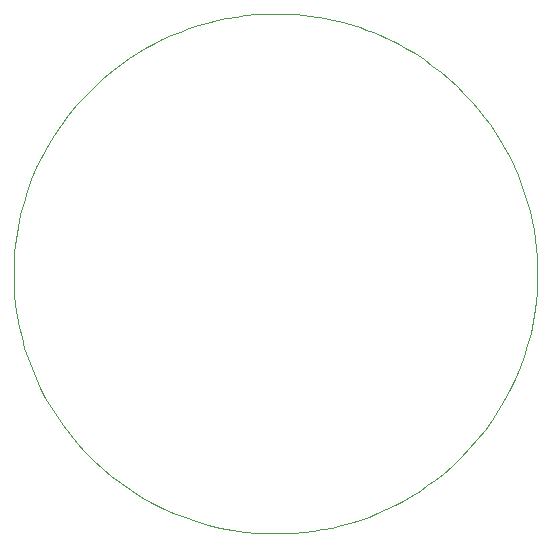
<source format=gbr>
G04 #@! TF.GenerationSoftware,KiCad,Pcbnew,(5.1.6)-1*
G04 #@! TF.CreationDate,2020-11-21T22:09:05+04:00*
G04 #@! TF.ProjectId,christmas-pcb-badge,63687269-7374-46d6-9173-2d7063622d62,rev?*
G04 #@! TF.SameCoordinates,Original*
G04 #@! TF.FileFunction,Profile,NP*
%FSLAX46Y46*%
G04 Gerber Fmt 4.6, Leading zero omitted, Abs format (unit mm)*
G04 Created by KiCad (PCBNEW (5.1.6)-1) date 2020-11-21 22:09:05*
%MOMM*%
%LPD*%
G01*
G04 APERTURE LIST*
G04 #@! TA.AperFunction,Profile*
%ADD10C,0.100000*%
G04 #@! TD*
G04 APERTURE END LIST*
D10*
X141801060Y-118774857D02*
X142618549Y-118671925D01*
X142618549Y-118671925D02*
X143428315Y-118540171D01*
X143428315Y-118540171D02*
X144229770Y-118379842D01*
X144229770Y-118379842D02*
X145022327Y-118191184D01*
X145022327Y-118191184D02*
X145805398Y-117974445D01*
X145805398Y-117974445D02*
X146578396Y-117729872D01*
X146578396Y-117729872D02*
X147340733Y-117457711D01*
X147340733Y-117457711D02*
X148091821Y-117158208D01*
X148091821Y-117158208D02*
X148831074Y-116831612D01*
X148831074Y-116831612D02*
X149557903Y-116478168D01*
X149557903Y-116478168D02*
X150271721Y-116098123D01*
X150271721Y-116098123D02*
X150971941Y-115691725D01*
X150971941Y-115691725D02*
X151657975Y-115259219D01*
X151657975Y-115259219D02*
X152329235Y-114800854D01*
X152329235Y-114800854D02*
X152985134Y-114316875D01*
X152985134Y-114316875D02*
X153625085Y-113807530D01*
X153625085Y-113807530D02*
X154410586Y-113127815D01*
X154410586Y-113127815D02*
X155159543Y-112417164D01*
X155159543Y-112417164D02*
X155871295Y-111676762D01*
X155871295Y-111676762D02*
X156545177Y-110907789D01*
X156545177Y-110907789D02*
X157180527Y-110111428D01*
X157180527Y-110111428D02*
X157776680Y-109288863D01*
X157776680Y-109288863D02*
X158332975Y-108441274D01*
X158332975Y-108441274D02*
X158848747Y-107569845D01*
X158848747Y-107569845D02*
X159323334Y-106675757D01*
X159323334Y-106675757D02*
X159756071Y-105760195D01*
X159756071Y-105760195D02*
X160146296Y-104824338D01*
X160146296Y-104824338D02*
X160493346Y-103869372D01*
X160493346Y-103869372D02*
X160796557Y-102896476D01*
X160796557Y-102896476D02*
X161055267Y-101906835D01*
X161055267Y-101906835D02*
X161268811Y-100901630D01*
X161268811Y-100901630D02*
X161436526Y-99882044D01*
X161436526Y-99882044D02*
X161522511Y-99173019D01*
X161522511Y-99173019D02*
X161584756Y-98440371D01*
X161584756Y-98440371D02*
X161623232Y-97691894D01*
X161623232Y-97691894D02*
X161637910Y-96935376D01*
X161637910Y-96935376D02*
X161628762Y-96178611D01*
X161628762Y-96178611D02*
X161595759Y-95429389D01*
X161595759Y-95429389D02*
X161538874Y-94695501D01*
X161538874Y-94695501D02*
X161458076Y-93984739D01*
X161458076Y-93984739D02*
X161335235Y-93180464D01*
X161335235Y-93180464D02*
X161181837Y-92381412D01*
X161181837Y-92381412D02*
X160998367Y-91588637D01*
X160998367Y-91588637D02*
X160785311Y-90803195D01*
X160785311Y-90803195D02*
X160543153Y-90026141D01*
X160543153Y-90026141D02*
X160272380Y-89258531D01*
X160272380Y-89258531D02*
X159973477Y-88501420D01*
X159973477Y-88501420D02*
X159646930Y-87755862D01*
X159646930Y-87755862D02*
X159293223Y-87022913D01*
X159293223Y-87022913D02*
X158912844Y-86303629D01*
X158912844Y-86303629D02*
X158506276Y-85599064D01*
X158506276Y-85599064D02*
X158074006Y-84910274D01*
X158074006Y-84910274D02*
X157616519Y-84238314D01*
X157616519Y-84238314D02*
X157134301Y-83584240D01*
X157134301Y-83584240D02*
X156627837Y-82949106D01*
X156627837Y-82949106D02*
X156097612Y-82333967D01*
X156097612Y-82333967D02*
X155464768Y-81653644D01*
X155464768Y-81653644D02*
X154816945Y-81009023D01*
X154816945Y-81009023D02*
X154151189Y-80397708D01*
X154151189Y-80397708D02*
X153464546Y-79817305D01*
X153464546Y-79817305D02*
X152754061Y-79265421D01*
X152754061Y-79265421D02*
X152016780Y-78739660D01*
X152016780Y-78739660D02*
X151249749Y-78237630D01*
X151249749Y-78237630D02*
X150450014Y-77756934D01*
X150450014Y-77756934D02*
X149928404Y-77466675D01*
X149928404Y-77466675D02*
X149395420Y-77190333D01*
X149395420Y-77190333D02*
X148851901Y-76928163D01*
X148851901Y-76928163D02*
X148298685Y-76680424D01*
X148298685Y-76680424D02*
X147736614Y-76447372D01*
X147736614Y-76447372D02*
X147166525Y-76229265D01*
X147166525Y-76229265D02*
X146589258Y-76026360D01*
X146589258Y-76026360D02*
X146005653Y-75838913D01*
X146005653Y-75838913D02*
X145416548Y-75667182D01*
X145416548Y-75667182D02*
X144822783Y-75511424D01*
X144822783Y-75511424D02*
X144225197Y-75371895D01*
X144225197Y-75371895D02*
X143624630Y-75248854D01*
X143624630Y-75248854D02*
X143021921Y-75142556D01*
X143021921Y-75142556D02*
X142417909Y-75053260D01*
X142417909Y-75053260D02*
X141813434Y-74981222D01*
X141813434Y-74981222D02*
X141209334Y-74926699D01*
X141209334Y-74926699D02*
X140419575Y-74890272D01*
X140419575Y-74890272D02*
X139454528Y-74878307D01*
X139454528Y-74878307D02*
X138491183Y-74890760D01*
X138491183Y-74890760D02*
X137706532Y-74927589D01*
X137706532Y-74927589D02*
X136890247Y-75005871D01*
X136890247Y-75005871D02*
X136078526Y-75114487D01*
X136078526Y-75114487D02*
X135272318Y-75253064D01*
X135272318Y-75253064D02*
X134472569Y-75421232D01*
X134472569Y-75421232D02*
X133680228Y-75618622D01*
X133680228Y-75618622D02*
X132896241Y-75844862D01*
X132896241Y-75844862D02*
X132121557Y-76099582D01*
X132121557Y-76099582D02*
X131357122Y-76382411D01*
X131357122Y-76382411D02*
X130603885Y-76692980D01*
X130603885Y-76692980D02*
X129862793Y-77030917D01*
X129862793Y-77030917D02*
X129134792Y-77395852D01*
X129134792Y-77395852D02*
X128420832Y-77787415D01*
X128420832Y-77787415D02*
X127721859Y-78205235D01*
X127721859Y-78205235D02*
X127038821Y-78648942D01*
X127038821Y-78648942D02*
X126372666Y-79118165D01*
X126372666Y-79118165D02*
X125724340Y-79612533D01*
X125724340Y-79612533D02*
X124885324Y-80310005D01*
X124885324Y-80310005D02*
X124086288Y-81039566D01*
X124086288Y-81039566D02*
X123327911Y-81800032D01*
X123327911Y-81800032D02*
X122610873Y-82590223D01*
X122610873Y-82590223D02*
X121935853Y-83408955D01*
X121935853Y-83408955D02*
X121303530Y-84255049D01*
X121303530Y-84255049D02*
X120714583Y-85127320D01*
X120714583Y-85127320D02*
X120169691Y-86024589D01*
X120169691Y-86024589D02*
X119669535Y-86945672D01*
X119669535Y-86945672D02*
X119214792Y-87889388D01*
X119214792Y-87889388D02*
X118806143Y-88854555D01*
X118806143Y-88854555D02*
X118444267Y-89839992D01*
X118444267Y-89839992D02*
X118129843Y-90844515D01*
X118129843Y-90844515D02*
X117863549Y-91866944D01*
X117863549Y-91866944D02*
X117646067Y-92906097D01*
X117646067Y-92906097D02*
X117478074Y-93960791D01*
X117478074Y-93960791D02*
X117415990Y-94493316D01*
X117415990Y-94493316D02*
X117366395Y-95068277D01*
X117366395Y-95068277D02*
X117306257Y-96286900D01*
X117306257Y-96286900D02*
X117300819Y-97499440D01*
X117300819Y-97499440D02*
X117319601Y-98066800D01*
X117319601Y-98066800D02*
X117353244Y-98588682D01*
X117353244Y-98588682D02*
X117451070Y-99531973D01*
X117451070Y-99531973D02*
X117586102Y-100462410D01*
X117586102Y-100462410D02*
X117758162Y-101379596D01*
X117758162Y-101379596D02*
X117967073Y-102283134D01*
X117967073Y-102283134D02*
X118212660Y-103172626D01*
X118212660Y-103172626D02*
X118494745Y-104047676D01*
X118494745Y-104047676D02*
X118813151Y-104907886D01*
X118813151Y-104907886D02*
X119167701Y-105752858D01*
X119167701Y-105752858D02*
X119558220Y-106582195D01*
X119558220Y-106582195D02*
X119984529Y-107395500D01*
X119984529Y-107395500D02*
X120446452Y-108192376D01*
X120446452Y-108192376D02*
X120943813Y-108972425D01*
X120943813Y-108972425D02*
X121476434Y-109735250D01*
X121476434Y-109735250D02*
X122044138Y-110480454D01*
X122044138Y-110480454D02*
X122646750Y-111207638D01*
X122646750Y-111207638D02*
X123284091Y-111916407D01*
X123284091Y-111916407D02*
X124008137Y-112654040D01*
X124008137Y-112654040D02*
X124763732Y-113354037D01*
X124763732Y-113354037D02*
X125549523Y-114015757D01*
X125549523Y-114015757D02*
X126364157Y-114638558D01*
X126364157Y-114638558D02*
X127206282Y-115221799D01*
X127206282Y-115221799D02*
X128074544Y-115764838D01*
X128074544Y-115764838D02*
X128967591Y-116267035D01*
X128967591Y-116267035D02*
X129884070Y-116727748D01*
X129884070Y-116727748D02*
X130822628Y-117146337D01*
X130822628Y-117146337D02*
X131781913Y-117522159D01*
X131781913Y-117522159D02*
X132760571Y-117854573D01*
X132760571Y-117854573D02*
X133757249Y-118142939D01*
X133757249Y-118142939D02*
X134770596Y-118386615D01*
X134770596Y-118386615D02*
X135799258Y-118584959D01*
X135799258Y-118584959D02*
X136841882Y-118737331D01*
X136841882Y-118737331D02*
X137897115Y-118843089D01*
X137897115Y-118843089D02*
X138721970Y-118870594D01*
X138721970Y-118870594D02*
X139833613Y-118865144D01*
X139833613Y-118865144D02*
X140952993Y-118831614D01*
X140952993Y-118831614D02*
X141801059Y-118774879D01*
X141801059Y-118774879D02*
X141801060Y-118774857D01*
M02*

</source>
